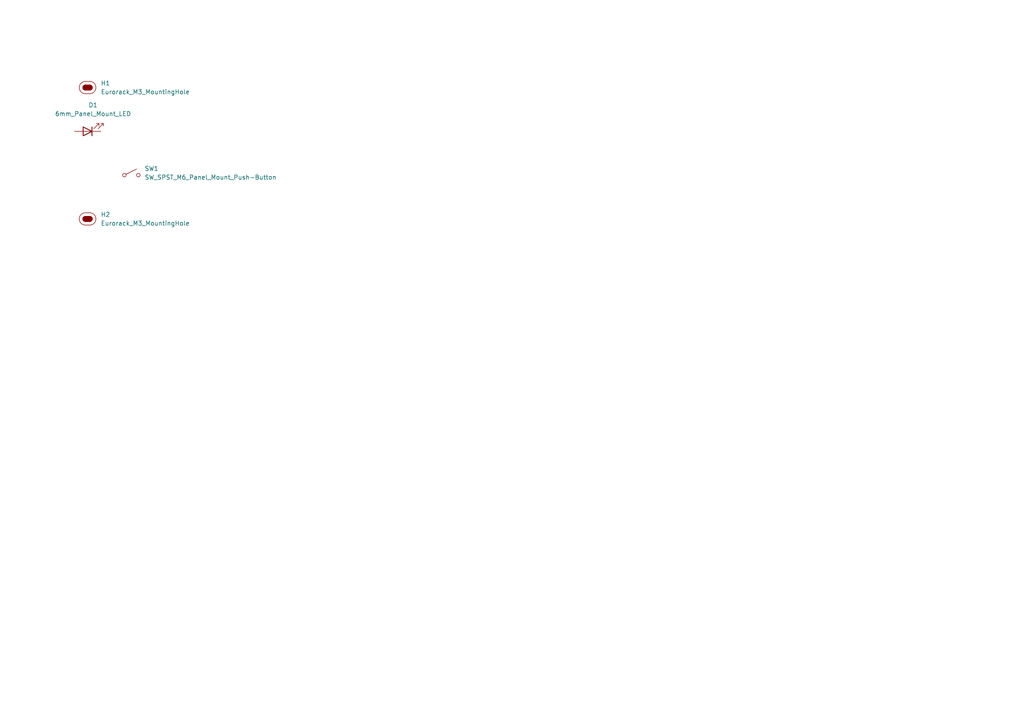
<source format=kicad_sch>
(kicad_sch (version 20250114) (generator "eeschema") (generator_version "9.0")
  (paper "A4")
  (lib_symbols
    (symbol "EXC:6mm_Panel_Mount_LED" (pin_numbers (hide yes)) (pin_names (offset 1.016) (hide yes))
      (property "Reference" "D" (at 0 2.54 0))
      (property "Value" "6mm_Panel_Mount_LED" (at 0 -3.556 0))
      (symbol "6mm_Panel_Mount_LED_0_1"
        (polyline (pts (xy -1.27 1.27) (xy -1.27 -1.27) (xy 1.27 0) (xy -1.27 1.27)) (stroke (width 0.254)))
        (polyline (pts (xy 1.27 1.27) (xy 1.27 -1.27)) (stroke (width 0.254)))
        (polyline (pts (xy 1.27 0) (xy -1.27 0)))
        (polyline (pts (xy 1.778 0.762) (xy 3.302 2.286) (xy 2.54 2.286) (xy 3.302 2.286) (xy 3.302 1.524)))
        (polyline (pts (xy 3.048 0.762) (xy 4.572 2.286) (xy 3.81 2.286) (xy 4.572 2.286) (xy 4.572 1.524)))
      )
      (symbol "6mm_Panel_Mount_LED_1_1"
        (pin passive line (at -3.81 0 0) (length 2.54) (name "A") (number "2"))
        (pin passive line (at 3.81 0 180) (length 2.54) (name "K") (number "1"))
      )
    )
    (symbol "EXC:Eurorack_M3_MountingHole" (pin_names (offset 1.016))
      (property "Reference" "H" (at 0 5.08 0))
      (property "Value" "Eurorack_M3_MountingHole" (at 0 3.175 0))
      (symbol "Eurorack_M3_MountingHole_0_1"
        (polyline (pts (xy -0.635 0.762) (xy 0.635 0.762)))
        (circle (center -0.635 0) (radius 0.762) (fill (type outline)))
        (arc (start -0.635 -0.762) (mid -1.397 0) (end -0.635 0.762))
        (arc (start -0.635 -1.778) (mid -2.413 0) (end -0.635 1.778))
        (polyline (pts (xy -0.635 -0.762) (xy 0.635 -0.762)))
        (polyline (pts (xy -0.635 -1.778) (xy 0.635 -1.778)))
        (circle (center 0 0) (radius 0.762) (fill (type outline)))
        (polyline (pts (xy 0.635 1.778) (xy -0.635 1.778)))
        (arc (start 0.6141 1.778) (mid 2.4131 0) (end 0.6141 -1.778))
        (arc (start 0.6227 0.762) (mid 1.3971 0) (end 0.6227 -0.762))
        (circle (center 0.635 0) (radius 0.762) (fill (type outline)))
      )
    )
    (symbol "EXC:SW_SPST-M6_Panel_Mount_Push-Button" (pin_names (offset 0) (hide yes))
      (property "Reference" "SW" (at 0 3.175 0))
      (property "Value" "SW_SPST_M6_Panel_Mount_Push-Button" (at 0 -2.032 0))
      (symbol "SW_SPST-M6_Panel_Mount_Push-Button_0_0"
        (circle (center -2.032 0) (radius 0.508))
        (polyline (pts (xy -1.524 0.254) (xy 1.524 1.778)))
        (circle (center 2.032 0) (radius 0.508))
      )
    )
  )
  (symbol (lib_id "EXC:Eurorack_M3_MountingHole") (at 25.4 25.4 0) (unit 1)
    (property "Reference" "H1" (at 29.21 24.1299 0) (effects (justify left)))
    (property "Value" "Eurorack_M3_MountingHole" (at 29.21 26.6699 0) (effects (justify left)))
    (property "Footprint" "EXC:MountingHole_3.2mm_M3" (effects (hide yes)))
    (property "Description" "Mounting Hole without connection" (effects (hide yes)))
  )
  (symbol (lib_id "EXC:6mm_Panel_Mount_LED") (at 25.4 38.1 0) (unit 1)
    (property "Reference" "D1" (at 26.9875 30.48 0))
    (property "Value" "6mm_Panel_Mount_LED" (at 26.9875 33.02 0))
    (property "Footprint" "EXC:6mm_Panel_Mount_LED" (effects (hide yes)))
    (property "Description" "Light emitting diode" (effects (hide yes)))
  )
  (symbol (lib_id "EXC:SW_SPST-M6_Panel_Mount_Push-Button") (at 38.1 50.8 0) (unit 1)
    (property "Reference" "SW1" (at 41.91 48.8949 0) (effects (justify left)))
    (property "Value" "SW_SPST_M6_Panel_Mount_Push-Button" (at 41.91 51.4349 0) (effects (justify left)))
    (property "Footprint" "EXC:SW_SPST_M6_Panel_Mount_Push-Button" (effects (hide yes)))
    (property "Datasheet" "https://ae01.alicdn.com/kf/Hca71d0f7945f460f80baf0ccb39bc6d8z.jpg" (effects (hide yes)))
    (property "Description" "Single Pole Single-Throw (SPST) M6 panel-mount Push-Button switch" (effects (hide yes)))
    (property "Source" "https://www.aliexpress.com/item/1005002845123531.html" (effects (hide yes)))
  )
  (symbol (lib_id "EXC:Eurorack_M3_MountingHole") (at 25.4 63.5 0) (unit 1)
    (property "Reference" "H2" (at 29.21 62.2299 0) (effects (justify left)))
    (property "Value" "Eurorack_M3_MountingHole" (at 29.21 64.7699 0) (effects (justify left)))
    (property "Footprint" "EXC:MountingHole_3.2mm_M3" (effects (hide yes)))
    (property "Description" "Mounting Hole without connection" (effects (hide yes)))
  )
)
</source>
